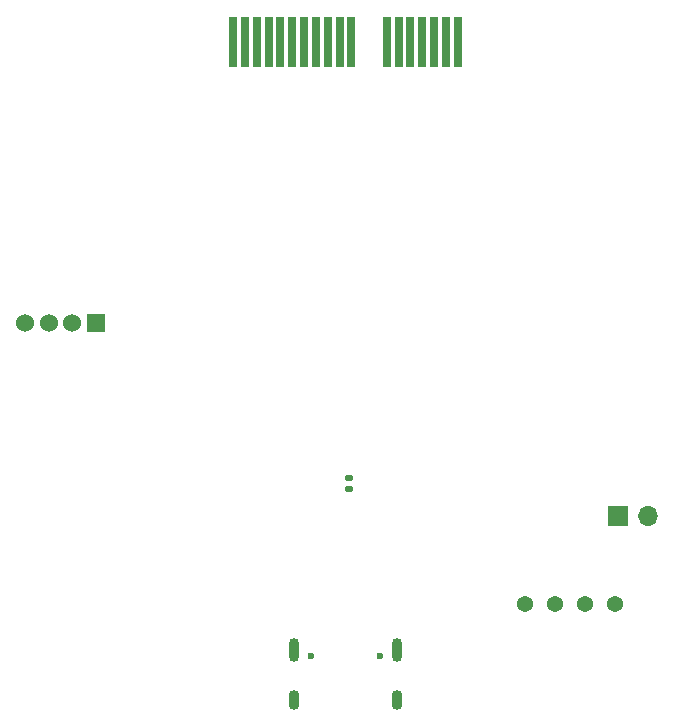
<source format=gbr>
%TF.GenerationSoftware,KiCad,Pcbnew,9.0.0*%
%TF.CreationDate,2025-07-19T13:55:26-04:00*%
%TF.ProjectId,status,73746174-7573-42e6-9b69-6361645f7063,rev?*%
%TF.SameCoordinates,Original*%
%TF.FileFunction,Soldermask,Bot*%
%TF.FilePolarity,Negative*%
%FSLAX46Y46*%
G04 Gerber Fmt 4.6, Leading zero omitted, Abs format (unit mm)*
G04 Created by KiCad (PCBNEW 9.0.0) date 2025-07-19 13:55:26*
%MOMM*%
%LPD*%
G01*
G04 APERTURE LIST*
G04 Aperture macros list*
%AMRoundRect*
0 Rectangle with rounded corners*
0 $1 Rounding radius*
0 $2 $3 $4 $5 $6 $7 $8 $9 X,Y pos of 4 corners*
0 Add a 4 corners polygon primitive as box body*
4,1,4,$2,$3,$4,$5,$6,$7,$8,$9,$2,$3,0*
0 Add four circle primitives for the rounded corners*
1,1,$1+$1,$2,$3*
1,1,$1+$1,$4,$5*
1,1,$1+$1,$6,$7*
1,1,$1+$1,$8,$9*
0 Add four rect primitives between the rounded corners*
20,1,$1+$1,$2,$3,$4,$5,0*
20,1,$1+$1,$4,$5,$6,$7,0*
20,1,$1+$1,$6,$7,$8,$9,0*
20,1,$1+$1,$8,$9,$2,$3,0*%
G04 Aperture macros list end*
%ADD10O,0.900000X1.700000*%
%ADD11O,0.900000X2.000000*%
%ADD12C,0.600000*%
%ADD13C,1.371600*%
%ADD14R,1.524000X1.524000*%
%ADD15C,1.524000*%
%ADD16R,1.700000X1.700000*%
%ADD17O,1.700000X1.700000*%
%ADD18R,0.700000X4.300000*%
%ADD19RoundRect,0.140000X-0.170000X0.140000X-0.170000X-0.140000X0.170000X-0.140000X0.170000X0.140000X0*%
G04 APERTURE END LIST*
D10*
%TO.C,J6*%
X150740000Y-119780000D03*
D11*
X150740000Y-115610000D03*
D10*
X142100000Y-119780000D03*
D11*
X142100000Y-115610000D03*
D12*
X149310000Y-116090000D03*
X143530000Y-116090000D03*
%TD*%
D13*
%TO.C,J2*%
X161590000Y-111710500D03*
X164130000Y-111710500D03*
X166670000Y-111710500D03*
X169210000Y-111710500D03*
%TD*%
D14*
%TO.C,J3*%
X125290000Y-87870000D03*
D15*
X123290000Y-87870000D03*
X121290000Y-87870000D03*
X119290000Y-87870000D03*
%TD*%
D16*
%TO.C,J7*%
X169490000Y-104225000D03*
D17*
X172030000Y-104225000D03*
%TD*%
D18*
%TO.C,J1*%
X136913000Y-64138595D03*
X137913000Y-64138595D03*
X138913000Y-64138595D03*
X139913000Y-64138595D03*
X140913000Y-64138595D03*
X141913000Y-64138595D03*
X142913000Y-64138595D03*
X143913000Y-64138595D03*
X144913000Y-64138595D03*
X145913000Y-64138595D03*
X146913000Y-64138595D03*
X149913000Y-64138595D03*
X150913000Y-64138595D03*
X151913000Y-64138595D03*
X152913000Y-64138595D03*
X153913000Y-64138595D03*
X154913000Y-64138595D03*
X155913000Y-64138595D03*
%TD*%
D19*
%TO.C,C11*%
X146750000Y-101020000D03*
X146750000Y-101980000D03*
%TD*%
M02*

</source>
